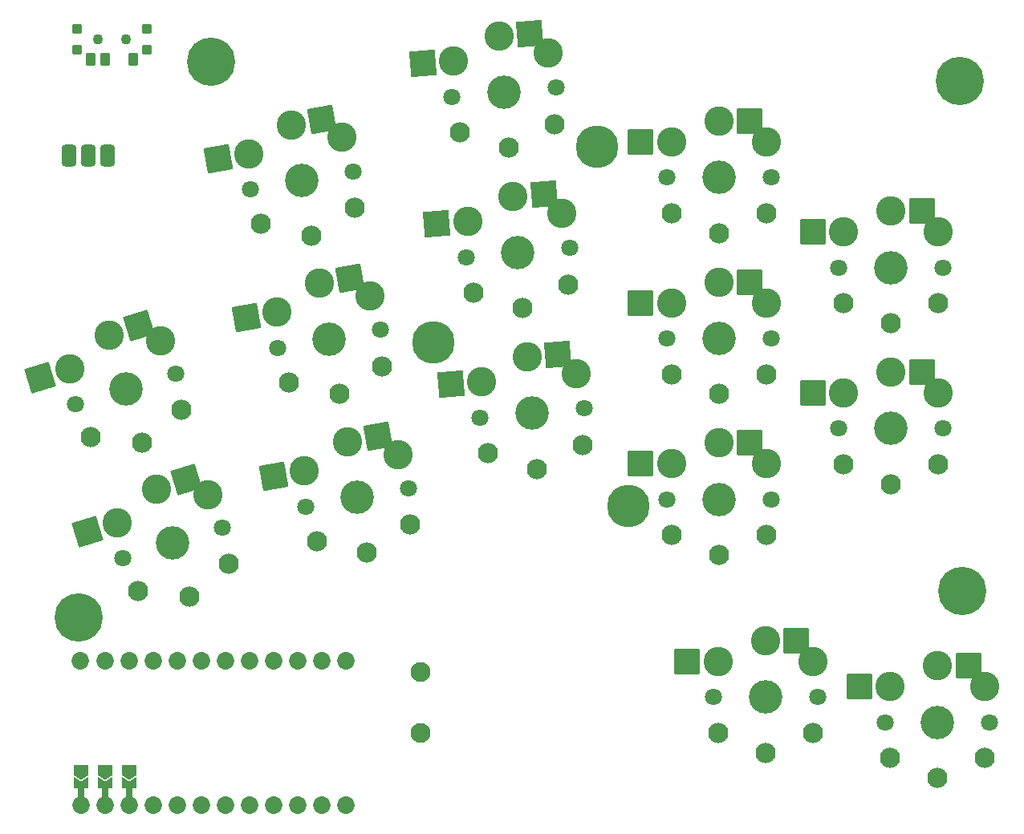
<source format=gts>
%TF.GenerationSoftware,KiCad,Pcbnew,(6.0.4)*%
%TF.CreationDate,2022-07-21T23:48:58+02:00*%
%TF.ProjectId,wizza,77697a7a-612e-46b6-9963-61645f706362,v1.0.0*%
%TF.SameCoordinates,Original*%
%TF.FileFunction,Soldermask,Top*%
%TF.FilePolarity,Negative*%
%FSLAX46Y46*%
G04 Gerber Fmt 4.6, Leading zero omitted, Abs format (unit mm)*
G04 Created by KiCad (PCBNEW (6.0.4)) date 2022-07-21 23:48:58*
%MOMM*%
%LPD*%
G01*
G04 APERTURE LIST*
G04 Aperture macros list*
%AMRoundRect*
0 Rectangle with rounded corners*
0 $1 Rounding radius*
0 $2 $3 $4 $5 $6 $7 $8 $9 X,Y pos of 4 corners*
0 Add a 4 corners polygon primitive as box body*
4,1,4,$2,$3,$4,$5,$6,$7,$8,$9,$2,$3,0*
0 Add four circle primitives for the rounded corners*
1,1,$1+$1,$2,$3*
1,1,$1+$1,$4,$5*
1,1,$1+$1,$6,$7*
1,1,$1+$1,$8,$9*
0 Add four rect primitives between the rounded corners*
20,1,$1+$1,$2,$3,$4,$5,0*
20,1,$1+$1,$4,$5,$6,$7,0*
20,1,$1+$1,$6,$7,$8,$9,0*
20,1,$1+$1,$8,$9,$2,$3,0*%
%AMFreePoly0*
4,1,16,0.685355,0.785355,0.700000,0.750000,0.691603,0.722265,0.210093,0.000000,0.691603,-0.722265,0.699029,-0.759806,0.677735,-0.791603,0.650000,-0.800000,-0.500000,-0.800000,-0.535355,-0.785355,-0.550000,-0.750000,-0.550000,0.750000,-0.535355,0.785355,-0.500000,0.800000,0.650000,0.800000,0.685355,0.785355,0.685355,0.785355,$1*%
%AMFreePoly1*
4,1,16,0.535355,0.785355,0.550000,0.750000,0.550000,-0.750000,0.535355,-0.785355,0.500000,-0.800000,-0.500000,-0.800000,-0.535355,-0.785355,-0.541603,-0.777735,-1.041603,-0.027735,-1.049029,0.009806,-1.041603,0.027735,-0.541603,0.777735,-0.509806,0.799029,-0.500000,0.800000,0.500000,0.800000,0.535355,0.785355,0.535355,0.785355,$1*%
G04 Aperture macros list end*
%ADD10C,2.100000*%
%ADD11C,1.801800*%
%ADD12C,3.100000*%
%ADD13C,3.529000*%
%ADD14RoundRect,0.050000X-1.054507X-1.505993X1.505993X-1.054507X1.054507X1.505993X-1.505993X1.054507X0*%
%ADD15C,2.132000*%
%ADD16RoundRect,0.050000X-1.181751X-1.408356X1.408356X-1.181751X1.181751X1.408356X-1.408356X1.181751X0*%
%ADD17RoundRect,0.050000X-1.300000X-1.300000X1.300000X-1.300000X1.300000X1.300000X-1.300000X1.300000X0*%
%ADD18RoundRect,0.050000X-0.450000X-0.450000X0.450000X-0.450000X0.450000X0.450000X-0.450000X0.450000X0*%
%ADD19RoundRect,0.050000X-0.450000X-0.625000X0.450000X-0.625000X0.450000X0.625000X-0.450000X0.625000X0*%
%ADD20C,5.100000*%
%ADD21C,1.100000*%
%ADD22RoundRect,0.425000X-0.375000X-0.750000X0.375000X-0.750000X0.375000X0.750000X-0.375000X0.750000X0*%
%ADD23RoundRect,0.050000X-0.863113X-1.623279X1.623279X-0.863113X0.863113X1.623279X-1.623279X0.863113X0*%
%ADD24C,4.500000*%
%ADD25C,1.852600*%
%ADD26FreePoly0,90.000000*%
%ADD27RoundRect,0.050000X-0.250000X-0.762000X0.250000X-0.762000X0.250000X0.762000X-0.250000X0.762000X0*%
%ADD28FreePoly1,90.000000*%
G04 APERTURE END LIST*
D10*
%TO.C,B1*%
X83928791Y46381254D03*
X83928791Y52881254D03*
%TD*%
D11*
%TO.C,S11*%
X65970667Y103790002D03*
D12*
X75659968Y109306336D03*
X70353903Y110604673D03*
D13*
X71387110Y104745067D03*
D11*
X76803553Y105700132D03*
D12*
X65811891Y107569854D03*
D14*
X73579148Y111173370D03*
D15*
X67122934Y100134557D03*
X76971012Y101871038D03*
D14*
X62586644Y107001157D03*
D15*
X72411634Y98934701D03*
%TD*%
D12*
%TO.C,S15*%
X88913836Y100414117D03*
X93703066Y103041525D03*
X98875783Y101285675D03*
D13*
X94221643Y97114167D03*
D11*
X99700714Y97593524D03*
X88742572Y96634810D03*
D15*
X89571861Y92892848D03*
D16*
X96965603Y103326959D03*
D15*
X99533808Y93764406D03*
X94735862Y91236618D03*
D16*
X85651297Y100128683D03*
%TD*%
D12*
%TO.C,S21*%
X120424791Y91827253D03*
D11*
X109924791Y88077254D03*
X120924791Y88077254D03*
D13*
X115424791Y88077254D03*
D12*
X115424791Y94027254D03*
X110424791Y91827253D03*
D17*
X118699790Y94027253D03*
D15*
X120424791Y84277254D03*
X110424791Y84277254D03*
D17*
X107149790Y91827254D03*
D15*
X115424791Y82177254D03*
%TD*%
D18*
%TO.C,T1*%
X55089406Y118508838D03*
X47689406Y120708838D03*
X55089406Y120708838D03*
X47689406Y118508838D03*
D19*
X53639406Y117533838D03*
X50639406Y117533838D03*
X49139406Y117533838D03*
%TD*%
D20*
%TO.C,*%
X141078791Y61367254D03*
%TD*%
D21*
%TO.C,T2*%
X49889406Y119608838D03*
X52889406Y119608838D03*
%TD*%
D12*
%TO.C,S29*%
X128599495Y99294490D03*
D13*
X133599495Y95544491D03*
D12*
X133599495Y101494491D03*
D11*
X128099495Y95544491D03*
X139099495Y95544491D03*
D12*
X138599495Y99294490D03*
D15*
X128599495Y91744491D03*
X138599495Y91744491D03*
D17*
X136874494Y101494490D03*
D15*
X133599495Y89644491D03*
D17*
X125324494Y99294491D03*
%TD*%
D20*
%TO.C,*%
X47860791Y58573254D03*
%TD*%
D11*
%TO.C,S33*%
X144011792Y47543254D03*
D12*
X133511792Y51293253D03*
X143511792Y51293253D03*
D11*
X133011792Y47543254D03*
D12*
X138511792Y53493254D03*
D13*
X138511792Y47543254D03*
D17*
X141786791Y53493253D03*
D15*
X143511792Y43743254D03*
X133511792Y43743254D03*
X138511792Y41643254D03*
D17*
X130236791Y51293254D03*
%TD*%
D12*
%TO.C,S7*%
X81564006Y75822872D03*
X76257941Y77121209D03*
D11*
X71874705Y70306538D03*
D12*
X71715929Y74086390D03*
D13*
X77291148Y71261603D03*
D11*
X82707591Y72216668D03*
D15*
X82875050Y68387574D03*
D14*
X79483186Y77689906D03*
D15*
X73026972Y66651093D03*
D14*
X68490682Y73517693D03*
D15*
X78315672Y65451237D03*
%TD*%
D22*
%TO.C,PAD1*%
X50908791Y107341254D03*
X48908791Y107341254D03*
X46908791Y107341254D03*
%TD*%
D12*
%TO.C,S5*%
X56527389Y87777963D03*
D13*
X52842259Y82729963D03*
D12*
X51102647Y88419976D03*
D11*
X47582583Y81121919D03*
D12*
X46964342Y84854246D03*
D11*
X58101935Y84338007D03*
D15*
X58734795Y80557863D03*
D23*
X54234545Y89377492D03*
D15*
X49171748Y77634146D03*
D23*
X43832442Y83896730D03*
D15*
X54567252Y77087765D03*
%TD*%
D12*
%TO.C,S27*%
X133599495Y84494491D03*
D11*
X128099495Y78544491D03*
D12*
X138599495Y82294490D03*
D11*
X139099495Y78544491D03*
D12*
X128599495Y82294490D03*
D13*
X133599495Y78544491D03*
D17*
X136874494Y84494490D03*
D15*
X138599495Y74744491D03*
X128599495Y74744491D03*
X133599495Y72644491D03*
D17*
X125324494Y82294491D03*
%TD*%
D12*
%TO.C,S9*%
X78611987Y92564604D03*
D11*
X68922686Y87048270D03*
D13*
X74339129Y88003335D03*
D12*
X73305922Y93862941D03*
D11*
X79755572Y88958400D03*
D12*
X68763910Y90828122D03*
D14*
X76531167Y94431638D03*
D15*
X79923031Y85129306D03*
X70074953Y83392825D03*
D14*
X65538663Y90259425D03*
D15*
X75363653Y82192969D03*
%TD*%
D12*
%TO.C,S13*%
X90395484Y83478807D03*
X100357431Y84350365D03*
D11*
X101182362Y80658214D03*
D12*
X95184714Y86106215D03*
D11*
X90224220Y79699500D03*
D13*
X95703291Y80178857D03*
D15*
X91053509Y75957538D03*
D16*
X98447251Y86391649D03*
D15*
X101015456Y76829096D03*
X96217510Y74301308D03*
D16*
X87132945Y83193373D03*
%TD*%
D12*
%TO.C,S17*%
X92221419Y119976835D03*
D11*
X98219067Y114528834D03*
D12*
X97394136Y118220985D03*
D11*
X87260925Y113570120D03*
D12*
X87432189Y117349427D03*
D13*
X92739996Y114049477D03*
D16*
X95483956Y120262269D03*
D15*
X98052161Y110699716D03*
X88090214Y109828158D03*
D16*
X84169650Y117063993D03*
D15*
X93254215Y108171928D03*
%TD*%
D12*
%TO.C,S31*%
X125321152Y53976272D03*
X115321152Y53976272D03*
D13*
X120321152Y50226273D03*
D11*
X114821152Y50226273D03*
X125821152Y50226273D03*
D12*
X120321152Y56176273D03*
D15*
X125321152Y46426273D03*
X115321152Y46426273D03*
D17*
X123596151Y56176272D03*
X112046151Y53976273D03*
D15*
X120321152Y44326273D03*
%TD*%
D11*
%TO.C,S3*%
X52552902Y64864738D03*
X63072254Y68080826D03*
D12*
X56072966Y72162795D03*
X51934661Y68597065D03*
X61497708Y71520782D03*
D13*
X57812578Y66472782D03*
D15*
X54142067Y61376965D03*
D23*
X59204864Y73120311D03*
D15*
X63705114Y64300682D03*
X59537571Y60830584D03*
D23*
X48802761Y67639549D03*
%TD*%
D20*
%TO.C,*%
X140824791Y115215254D03*
%TD*%
D11*
%TO.C,S23*%
X120924791Y105077254D03*
D12*
X110424791Y108827253D03*
X115424791Y111027254D03*
X120424791Y108827253D03*
D13*
X115424791Y105077254D03*
D11*
X109924791Y105077254D03*
D17*
X118699790Y111027253D03*
D15*
X120424791Y101277254D03*
X110424791Y101277254D03*
X115424791Y99177254D03*
D17*
X107149790Y108827254D03*
%TD*%
D12*
%TO.C,S19*%
X120424791Y74827253D03*
D11*
X120924791Y71077254D03*
X109924791Y71077254D03*
D13*
X115424791Y71077254D03*
D12*
X115424791Y77027254D03*
X110424791Y74827253D03*
D17*
X118699790Y77027253D03*
D15*
X110424791Y67277254D03*
X120424791Y67277254D03*
D17*
X107149790Y74827254D03*
D15*
X115424791Y65177254D03*
%TD*%
D20*
%TO.C,*%
X61830791Y117247254D03*
%TD*%
D24*
%TO.C,REF\u002A\u002A*%
X102588474Y108284763D03*
X105909108Y70329745D03*
X85271282Y87646937D03*
%TD*%
D25*
%TO.C,MCU1*%
X50654791Y38761254D03*
D26*
X50654791Y41094777D03*
D25*
X53194791Y38761254D03*
D27*
X48114791Y40144777D03*
D25*
X53194791Y54001254D03*
D27*
X50654791Y40144777D03*
X53194791Y40144777D03*
D26*
X53194791Y41094777D03*
X48114791Y41094777D03*
D25*
X48031045Y54001254D03*
X48114791Y38761254D03*
X50654791Y54001254D03*
D28*
X48114791Y42544777D03*
X50654791Y42544777D03*
X53194791Y42544777D03*
D25*
X55734791Y54001254D03*
X58274791Y54001254D03*
X60814791Y54001254D03*
X63354791Y54001254D03*
X65894791Y54001254D03*
X68434791Y54001254D03*
X70974791Y54001254D03*
X73514791Y54001254D03*
X76054791Y54001254D03*
X55734791Y38761254D03*
X58274791Y38761254D03*
X60814791Y38761254D03*
X63354791Y38761254D03*
X65894791Y38761254D03*
X68434791Y38761254D03*
X70974791Y38761254D03*
X73514791Y38761254D03*
X76054791Y38761254D03*
%TD*%
M02*

</source>
